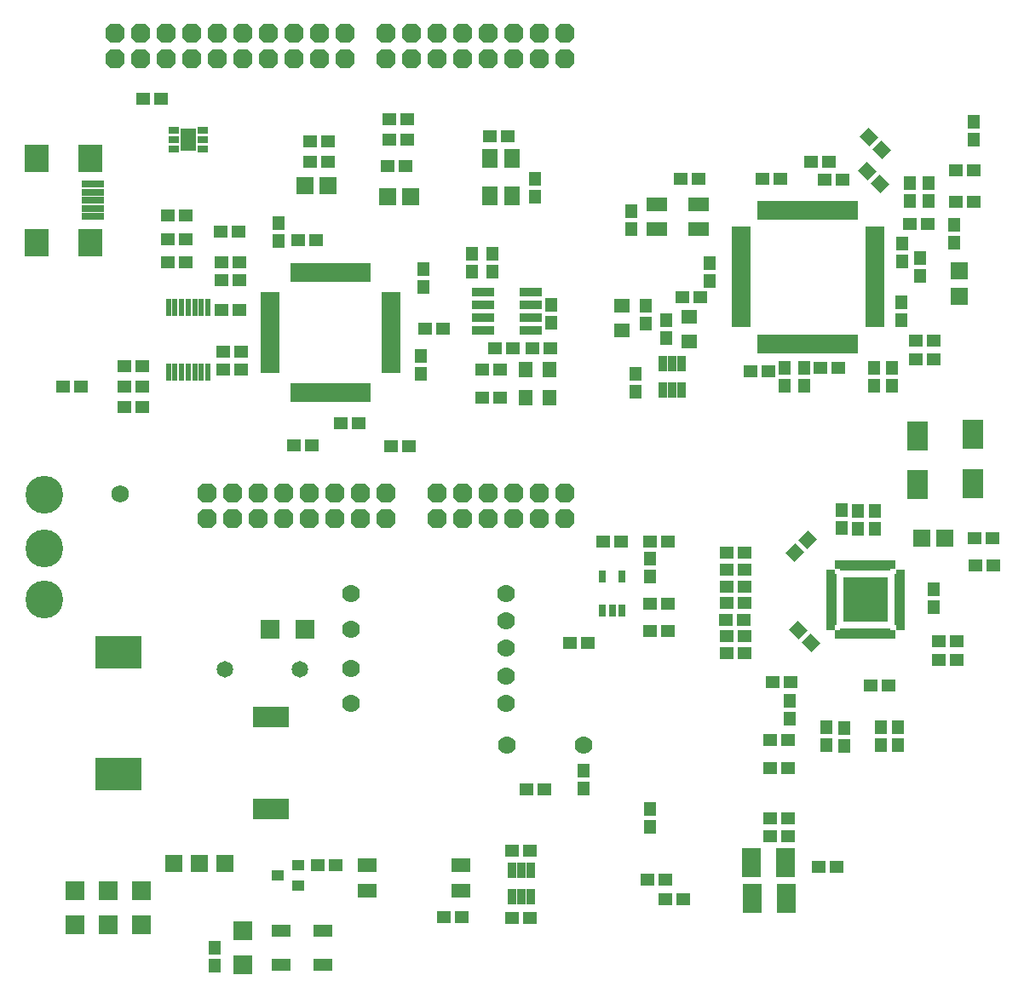
<source format=gbr>
%FSLAX23Y23*%
%MOIN*%
G04 EasyPC Gerber Version 17.0 Build 3379 *
%ADD115R,0.01984X0.07693*%
%ADD107R,0.02100X0.07500*%
%ADD132R,0.02200X0.03600*%
%ADD133R,0.02200X0.04200*%
%ADD123R,0.02457X0.06650*%
%ADD144R,0.03165X0.04937*%
%ADD111R,0.03200X0.06000*%
%ADD109R,0.04937X0.05291*%
%ADD124R,0.05724X0.06118*%
%ADD125R,0.05921X0.07299*%
%ADD121R,0.06100X0.08900*%
%ADD128R,0.07300X0.11200*%
%ADD129R,0.08205X0.11236*%
%ADD119R,0.09661X0.10843*%
%ADD110R,0.07000X0.07000*%
%ADD141R,0.07300X0.07300*%
%ADD134R,0.17500X0.17500*%
%ADD116R,0.07693X0.01984*%
%ADD106R,0.07500X0.02100*%
%ADD130R,0.03600X0.02200*%
%ADD131R,0.04200X0.02200*%
%ADD120R,0.04400X0.02600*%
%ADD118R,0.08874X0.02969*%
%ADD122R,0.08800X0.03200*%
%ADD140R,0.04543X0.04150*%
%AMT108*0 Rectangle Pad at angle 45*21,1,0.04937,0.05291,0,0,45*%
%ADD108T108*%
%ADD113R,0.05291X0.04937*%
%ADD126R,0.07693X0.04937*%
%ADD112R,0.06118X0.05724*%
%ADD127R,0.07299X0.05724*%
%ADD114R,0.08087X0.05724*%
%ADD117R,0.07000X0.06500*%
%ADD138R,0.13992X0.08480*%
%ADD137C,0.06512*%
%ADD145C,0.06906*%
%ADD135C,0.07000*%
%ADD136C,0.07000*%
%ADD139R,0.18323X0.12811*%
%ADD142C,0.14780*%
%AMT143*0 Rectangle Pad at angle 135*21,1,0.04937,0.05291,0,0,135*%
%ADD143T143*%
%AMT146*0 Octagon Pad at angle 0*4,1,8,-0.01573,-0.03800,0.01573,-0.03800,0.03800,-0.01573,0.03800,0.01573,0.01573,0.03800,-0.01573,0.03800,-0.03800,0.01573,-0.03800,-0.01573,-0.01573,-0.03800,0*%
%ADD146T146*%
X0Y0D02*
D02*
D106*
X3189Y2755D03*
Y2775D03*
Y2794D03*
Y2814D03*
Y2834D03*
Y2853D03*
Y2873D03*
Y2893D03*
Y2912D03*
Y2932D03*
Y2952D03*
Y2972D03*
Y2991D03*
Y3011D03*
Y3031D03*
Y3050D03*
Y3070D03*
Y3090D03*
Y3109D03*
Y3129D03*
X3711Y2755D03*
Y2775D03*
Y2794D03*
Y2814D03*
Y2834D03*
Y2853D03*
Y2873D03*
Y2893D03*
Y2912D03*
Y2932D03*
Y2952D03*
Y2972D03*
Y2991D03*
Y3011D03*
Y3031D03*
Y3050D03*
Y3070D03*
Y3090D03*
Y3109D03*
Y3129D03*
D02*
D107*
X3263Y2681D03*
Y3203D03*
X3283Y2681D03*
Y3203D03*
X3302Y2681D03*
Y3203D03*
X3322Y2681D03*
Y3203D03*
X3342Y2681D03*
Y3203D03*
X3361Y2681D03*
Y3203D03*
X3381Y2681D03*
Y3203D03*
X3401Y2681D03*
Y3203D03*
X3420Y2681D03*
Y3203D03*
X3440Y2681D03*
Y3203D03*
X3460Y2681D03*
Y3203D03*
X3480Y2681D03*
Y3203D03*
X3499Y2681D03*
Y3203D03*
X3519Y2681D03*
Y3203D03*
X3539Y2681D03*
Y3203D03*
X3558Y2681D03*
Y3203D03*
X3578Y2681D03*
Y3203D03*
X3598Y2681D03*
Y3203D03*
X3617Y2681D03*
Y3203D03*
X3637Y2681D03*
Y3203D03*
D02*
D108*
X3414Y1560D03*
X3463Y1511D03*
X3683Y3355D03*
X3689Y3490D03*
X3733Y3306D03*
X3739Y3440D03*
D02*
D109*
X1129Y246D03*
Y316D03*
X1379Y3083D03*
Y3153D03*
X1937Y2564D03*
Y2634D03*
X1947Y2904D03*
Y2974D03*
X2137Y2964D03*
Y3034D03*
X2217Y2964D03*
Y3034D03*
X2383Y3257D03*
Y3327D03*
X2447Y2764D03*
Y2834D03*
X2572Y939D03*
Y1009D03*
X2759Y3131D03*
Y3201D03*
X2775Y2492D03*
Y2562D03*
X2816Y2759D03*
Y2829D03*
X2831Y791D03*
Y861D03*
X2833Y1769D03*
Y1839D03*
X2895Y2702D03*
Y2772D03*
X3065Y2927D03*
Y2997D03*
X3360Y2517D03*
Y2587D03*
X3378Y1214D03*
Y1284D03*
X3435Y2517D03*
Y2587D03*
X3523Y1108D03*
Y1178D03*
X3583Y1958D03*
Y2028D03*
X3592Y1107D03*
Y1177D03*
X3647Y1957D03*
Y2027D03*
X3709Y2516D03*
Y2586D03*
X3712Y1957D03*
Y2027D03*
X3735Y1109D03*
Y1179D03*
X3779Y2516D03*
Y2586D03*
X3803Y1109D03*
Y1179D03*
X3815Y2772D03*
Y2842D03*
X3820Y3002D03*
Y3072D03*
X3849Y3241D03*
Y3311D03*
X3889Y2946D03*
Y3016D03*
X3924Y3241D03*
Y3311D03*
X3944Y1649D03*
Y1719D03*
X4024Y3076D03*
Y3146D03*
X4099Y3481D03*
Y3551D03*
D02*
D110*
X968Y646D03*
X1068D03*
X1168D03*
X4041Y2865D03*
Y2965D03*
D02*
D111*
X2292Y516D03*
Y618D03*
X2329Y516D03*
Y618D03*
X2366Y516D03*
Y618D03*
X2883Y2501D03*
Y2603D03*
X2920Y2501D03*
Y2603D03*
X2957Y2501D03*
Y2603D03*
D02*
D112*
X2723Y2734D03*
Y2829D03*
X2985Y2690D03*
Y2785D03*
D02*
D113*
X535Y2514D03*
X605D03*
X775Y2592D03*
X776Y2434D03*
X777Y2514D03*
X845Y2592D03*
X846Y2434D03*
X847Y2514D03*
X850Y3639D03*
X920D03*
X947Y2999D03*
Y3089D03*
Y3184D03*
X1017Y2999D03*
Y3089D03*
Y3184D03*
X1152Y3119D03*
X1157Y2814D03*
Y2929D03*
Y2999D03*
X1162Y2579D03*
Y2649D03*
X1222Y3119D03*
X1227Y2814D03*
Y2929D03*
Y2999D03*
X1232Y2579D03*
Y2649D03*
X1440Y2283D03*
X1456Y3087D03*
X1504Y3394D03*
Y3474D03*
X1510Y2283D03*
X1526Y3087D03*
X1533Y640D03*
X1574Y3394D03*
Y3474D03*
X1603Y640D03*
X1622Y2369D03*
X1692D03*
X1805Y3375D03*
X1812Y3478D03*
Y3558D03*
X1818Y2281D03*
X1875Y3375D03*
X1882Y3478D03*
Y3558D03*
X1888Y2281D03*
X1951Y2738D03*
X2021D03*
X2025Y436D03*
X2095D03*
X2175Y2471D03*
X2177Y2579D03*
X2207Y3493D03*
X2227Y2664D03*
X2245Y2471D03*
X2247Y2579D03*
X2277Y3493D03*
X2291Y695D03*
X2293Y432D03*
X2297Y2664D03*
X2349Y937D03*
X2361Y695D03*
X2363Y432D03*
X2372Y2664D03*
X2419Y937D03*
X2442Y2664D03*
X2520Y1511D03*
X2590D03*
X2650Y1905D03*
X2720D03*
X2824Y582D03*
X2832Y1557D03*
Y1664D03*
X2833Y1906D03*
X2893Y506D03*
X2894Y582D03*
X2902Y1557D03*
Y1664D03*
X2903Y1906D03*
X2952Y3327D03*
X2960Y2862D03*
X2963Y506D03*
X3022Y3327D03*
X3030Y2862D03*
X3130Y1601D03*
X3131Y1537D03*
X3132Y1797D03*
X3133Y1470D03*
Y1731D03*
Y1863D03*
X3134Y1666D03*
X3200Y1601D03*
X3201Y1537D03*
X3202Y1797D03*
X3203Y1470D03*
Y1731D03*
Y1863D03*
X3204Y1666D03*
X3225Y2572D03*
X3273Y3325D03*
X3295Y2572D03*
X3303Y1019D03*
X3304Y1128D03*
X3304Y824D03*
X3304Y752D03*
X3313Y1356D03*
X3343Y3325D03*
X3373Y1019D03*
X3374Y1128D03*
X3374Y824D03*
X3374Y752D03*
X3383Y1356D03*
X3461Y3393D03*
X3491Y634D03*
X3500Y2587D03*
X3516Y3322D03*
X3531Y3393D03*
X3561Y634D03*
X3570Y2587D03*
X3586Y3322D03*
X3695Y1344D03*
X3765D03*
X3849Y3151D03*
X3874Y2621D03*
X3874Y2693D03*
X3919Y3151D03*
X3944Y2621D03*
X3944Y2693D03*
X3962Y1443D03*
Y1515D03*
X4029Y3358D03*
X4029Y3236D03*
X4032Y1443D03*
Y1515D03*
X4099Y3358D03*
X4099Y3236D03*
X4102Y1919D03*
X4105Y1813D03*
X4172Y1919D03*
X4175Y1813D03*
D02*
D114*
X2860Y3130D03*
Y3225D03*
X3021Y3130D03*
Y3225D03*
D02*
D115*
X1435Y2488D03*
Y2961D03*
X1454Y2488D03*
Y2961D03*
X1474Y2488D03*
Y2961D03*
X1494Y2488D03*
Y2961D03*
X1513Y2488D03*
X1513Y2961D03*
X1533Y2488D03*
Y2961D03*
X1553Y2488D03*
Y2961D03*
X1572Y2488D03*
Y2961D03*
X1592Y2488D03*
Y2961D03*
X1612Y2488D03*
Y2961D03*
X1631Y2488D03*
Y2961D03*
X1651Y2488D03*
Y2961D03*
X1671Y2488D03*
Y2961D03*
X1690Y2488D03*
Y2961D03*
X1710Y2488D03*
Y2961D03*
X1730Y2488D03*
Y2961D03*
D02*
D116*
X1346Y2577D03*
Y2597D03*
Y2616D03*
Y2636D03*
Y2656D03*
Y2675D03*
Y2695D03*
Y2715D03*
Y2734D03*
Y2754D03*
Y2774D03*
Y2793D03*
Y2813D03*
Y2833D03*
Y2852D03*
Y2872D03*
X1818Y2577D03*
Y2596D03*
Y2616D03*
Y2636D03*
Y2655D03*
Y2675D03*
Y2695D03*
Y2715D03*
Y2734D03*
Y2754D03*
Y2774D03*
Y2793D03*
Y2813D03*
Y2833D03*
Y2852D03*
Y2872D03*
D02*
D117*
X1484Y3299D03*
X1574D03*
X1806Y3257D03*
X1896D03*
X3896Y1920D03*
X3986D03*
D02*
D118*
X651Y3179D03*
Y3210D03*
Y3242D03*
Y3273D03*
Y3305D03*
D02*
D119*
X433Y3076D03*
Y3407D03*
X642Y3076D03*
Y3407D03*
D02*
D120*
X968Y3443D03*
Y3480D03*
Y3517D03*
X1082Y3443D03*
Y3480D03*
Y3517D03*
D02*
D121*
X1025Y3480D03*
D02*
D122*
X2179Y2734D03*
Y2784D03*
Y2834D03*
Y2884D03*
X2365Y2734D03*
Y2784D03*
Y2834D03*
Y2884D03*
D02*
D123*
X949Y2570D03*
Y2824D03*
X974Y2570D03*
Y2824D03*
X1000Y2570D03*
Y2824D03*
X1025Y2570D03*
Y2824D03*
X1051Y2570D03*
Y2824D03*
X1077Y2570D03*
Y2824D03*
X1102Y2570D03*
Y2824D03*
D02*
D124*
X2345Y2579D03*
X2345Y2471D03*
X2439Y2579D03*
X2440Y2471D03*
D02*
D125*
X2207Y3259D03*
Y3405D03*
X2293Y3259D03*
Y3405D03*
D02*
D126*
X1389Y249D03*
Y383D03*
X1554Y248D03*
Y382D03*
D02*
D127*
X1727Y539D03*
Y639D03*
X2093Y539D03*
Y639D03*
D02*
D128*
X3229Y648D03*
X3232Y510D03*
X3363Y648D03*
X3366Y510D03*
D02*
D129*
X3879Y2128D03*
Y2321D03*
X4096Y2132D03*
Y2325D03*
D02*
D130*
X3538Y1571D03*
Y1787D03*
X3812Y1571D03*
Y1787D03*
D02*
D131*
X3541Y1590D03*
Y1610D03*
Y1630D03*
Y1649D03*
Y1669D03*
Y1689D03*
Y1709D03*
Y1728D03*
Y1748D03*
Y1768D03*
X3809Y1590D03*
Y1610D03*
Y1630D03*
Y1649D03*
Y1669D03*
Y1689D03*
Y1709D03*
Y1728D03*
Y1748D03*
Y1768D03*
D02*
D132*
X3567Y1542D03*
Y1816D03*
X3783Y1542D03*
Y1816D03*
D02*
D133*
X3586Y1545D03*
Y1813D03*
X3606Y1545D03*
Y1813D03*
X3626Y1545D03*
Y1813D03*
X3645Y1545D03*
Y1813D03*
X3665Y1545D03*
Y1813D03*
X3685Y1545D03*
Y1813D03*
X3705Y1545D03*
Y1813D03*
X3724Y1545D03*
Y1813D03*
X3744Y1545D03*
Y1813D03*
X3764Y1545D03*
Y1813D03*
D02*
D134*
X3675Y1679D03*
D02*
D135*
X1664Y1274D03*
X1664Y1411D03*
Y1702D03*
X1664Y1564D03*
X2268Y1381D03*
Y1488D03*
Y1702D03*
X2268Y1595D03*
X2268Y1274D03*
D02*
D136*
X2271Y1111D03*
X2571D03*
D02*
D137*
X1168Y1407D03*
X1463D03*
D02*
D138*
X1348Y859D03*
Y1218D03*
D02*
D139*
X753Y995D03*
Y1472D03*
D02*
D140*
X1377Y600D03*
X1457Y560D03*
Y640D03*
D02*
D141*
X584Y405D03*
Y539D03*
X714Y405D03*
Y539D03*
X842Y405D03*
Y539D03*
X1239Y249D03*
Y383D03*
X1347Y1562D03*
X1481D03*
D02*
D142*
X464Y1678D03*
Y1878D03*
Y2091D03*
D02*
D143*
X3400Y1863D03*
X3449Y1912D03*
D02*
D144*
X2647Y1635D03*
Y1769D03*
X2685Y1635D03*
X2722D03*
Y1769D03*
D02*
D145*
X759Y2092D03*
D02*
D146*
X740Y3795D03*
Y3895D03*
X840Y3795D03*
Y3895D03*
X940Y3795D03*
Y3895D03*
X1040Y3795D03*
Y3895D03*
X1100Y1995D03*
Y2095D03*
X1140Y3795D03*
Y3895D03*
X1200Y1995D03*
Y2095D03*
X1240Y3795D03*
Y3895D03*
X1300Y1995D03*
Y2095D03*
X1340Y3795D03*
Y3895D03*
X1400Y1995D03*
Y2095D03*
X1440Y3795D03*
Y3895D03*
X1500Y1995D03*
Y2095D03*
X1540Y3795D03*
Y3895D03*
X1600Y1995D03*
Y2095D03*
X1640Y3795D03*
Y3895D03*
X1700Y1995D03*
Y2095D03*
X1800Y1995D03*
Y2095D03*
Y3795D03*
Y3895D03*
X1900Y3795D03*
Y3895D03*
X2000Y1995D03*
Y2095D03*
Y3795D03*
Y3895D03*
X2100Y1995D03*
Y2095D03*
Y3795D03*
Y3895D03*
X2200Y1995D03*
Y2095D03*
Y3795D03*
Y3895D03*
X2300Y1995D03*
Y2095D03*
Y3795D03*
Y3895D03*
X2400Y1995D03*
Y2095D03*
Y3795D03*
Y3895D03*
X2500Y1995D03*
Y2095D03*
Y3795D03*
Y3895D03*
X0Y0D02*
M02*

</source>
